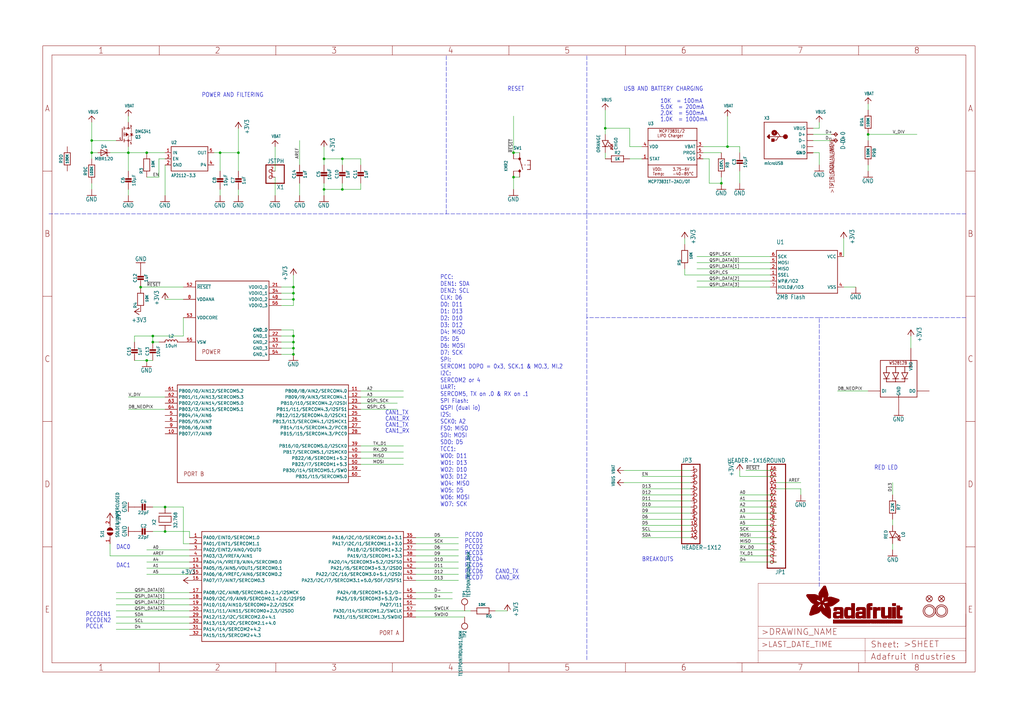
<source format=kicad_sch>
(kicad_sch (version 20211123) (generator eeschema)
  (paper "User" 425.45 300.584)
  (lib_symbols
    (symbol "eagleSchem-eagle-import:+3V3" (power)
      (property "Value" "+3V3" (at -2.54 -5.08 90))
      (symbol "+3V3_1_0"
        (pin power_in line (at 0 -2.54 90) (length 2.54) (name "+3V3") (number "1"))
      )
    )
    (symbol "eagleSchem-eagle-import:ATSAMD51J"
      (symbol "ATSAMD51J_1_0"
        (text "PORT A" (at 48.26 -22.86 0) (effects (font (size 1.778 1.5113)) (justify left bottom)))
        (pin bidirectional line (at -30.48 17.78 0) (length 5.08) (name "PA00/EINT0/SERCOM1.0") (number "1"))
        (pin bidirectional line (at -30.48 7.62 0) (length 5.08) (name "PA04/I4/VREFB/AIN4/SERCOM0.0") (number "13"))
        (pin bidirectional line (at -30.48 5.08 0) (length 5.08) (name "PA05/I5/AIN5/VOUT1/SERCOM0.1") (number "14"))
        (pin bidirectional line (at -30.48 2.54 0) (length 5.08) (name "PA06/I6/VREFC/AIN6/SERCOM0.2") (number "15"))
        (pin bidirectional line (at -30.48 0 0) (length 5.08) (name "PA07/I7/AIN7/SERCOM0.3") (number "16"))
        (pin bidirectional line (at -30.48 -5.08 0) (length 5.08) (name "PA08/I2C/AIN8/SERCOM0.0+2.1/I2SMCK") (number "17"))
        (pin bidirectional line (at -30.48 -7.62 0) (length 5.08) (name "PA09/I2C/I9/AIN9/SERCOM0.1+2.0/I2SFS0") (number "18"))
        (pin bidirectional line (at -30.48 -10.16 0) (length 5.08) (name "PA10/I10/AIN10/SERCOM0+2.2/I2SCK") (number "19"))
        (pin bidirectional line (at -30.48 15.24 0) (length 5.08) (name "PA01/EINT1/SERCOM1.1") (number "2"))
        (pin bidirectional line (at -30.48 -12.7 0) (length 5.08) (name "PA11/I11/AIN11/SERCOM0+2.3/I2SDO") (number "20"))
        (pin bidirectional line (at -30.48 -15.24 0) (length 5.08) (name "PA12/I12/I2C/SERCOM2.0+4.1") (number "29"))
        (pin bidirectional line (at -30.48 12.7 0) (length 5.08) (name "PA02/EINT2/AIN0/VOUT0") (number "3"))
        (pin bidirectional line (at -30.48 -17.78 0) (length 5.08) (name "PA13/I13/I2C/SERCOM2.1+4.0") (number "30"))
        (pin bidirectional line (at -30.48 -20.32 0) (length 5.08) (name "PA14/I14/SERCOM2+4.2") (number "31"))
        (pin bidirectional line (at -30.48 -22.86 0) (length 5.08) (name "PA15/I15/SERCOM2+4.3") (number "32"))
        (pin bidirectional line (at 63.5 17.78 180) (length 5.08) (name "PA16/I2C/I0/SERCOM1.0+3.1") (number "35"))
        (pin bidirectional line (at 63.5 15.24 180) (length 5.08) (name "PA17/I2C/I1/SERCOM1.1+3.0") (number "36"))
        (pin bidirectional line (at 63.5 12.7 180) (length 5.08) (name "PA18/I2/SERCOM1+3.2") (number "37"))
        (pin bidirectional line (at 63.5 10.16 180) (length 5.08) (name "PA19/I3/SERCOM1+3.3") (number "38"))
        (pin bidirectional line (at -30.48 10.16 0) (length 5.08) (name "PA03/I3/VREFA/AIN1") (number "4"))
        (pin bidirectional line (at 63.5 7.62 180) (length 5.08) (name "PA20/I4/SERCOM3+5.2/I2SFS0") (number "41"))
        (pin bidirectional line (at 63.5 5.08 180) (length 5.08) (name "PA21/I5/SERCOM3+5.3/I2SDO") (number "42"))
        (pin bidirectional line (at 63.5 2.54 180) (length 5.08) (name "PA22/I2C/16/SERCOM3.0+5.1/I2SDI") (number "43"))
        (pin bidirectional line (at 63.5 0 180) (length 5.08) (name "PA23/I2C/I7/SERCOM3.1+5.0/SOF/I2SFS1") (number "44"))
        (pin bidirectional line (at 63.5 -5.08 180) (length 5.08) (name "PA24/I8/SERCOM3+5.2/D-") (number "45"))
        (pin bidirectional line (at 63.5 -7.62 180) (length 5.08) (name "PA25/19/SERCOM3+5.3/D+") (number "46"))
        (pin bidirectional line (at 63.5 -10.16 180) (length 5.08) (name "PA27/I11") (number "51"))
        (pin bidirectional line (at 63.5 -12.7 180) (length 5.08) (name "PA30/I14/SERCOM1.2/SWCLK") (number "57"))
        (pin bidirectional line (at 63.5 -15.24 180) (length 5.08) (name "PA31/I15/SERCOM1.3/SWDIO") (number "58"))
      )
      (symbol "ATSAMD51J_2_0"
        (text "PORT B" (at -35.56 -22.86 0) (effects (font (size 1.778 1.5113)) (justify left bottom)))
        (pin bidirectional line (at -43.18 -5.08 0) (length 5.08) (name "PB07/I7/AIN9") (number "10"))
        (pin bidirectional line (at 38.1 12.7 180) (length 5.08) (name "PB08/I8/AIN2/SERCOM4.0") (number "11"))
        (pin bidirectional line (at 38.1 10.16 180) (length 5.08) (name "PB09/I9/AIN3/SERCOM4.1") (number "12"))
        (pin bidirectional line (at 38.1 7.62 180) (length 5.08) (name "PB10/I10/SERCOM4.2/I2SDI") (number "23"))
        (pin bidirectional line (at 38.1 5.08 180) (length 5.08) (name "PB11/I11/SERCOM4.3/I2SFS1") (number "24"))
        (pin bidirectional line (at 38.1 2.54 180) (length 5.08) (name "PB12/I12/SERCOM4.0/I2SCK1") (number "25"))
        (pin bidirectional line (at 38.1 0 180) (length 5.08) (name "PB13/I13/SERCOM4.1/I2SMCK1") (number "26"))
        (pin bidirectional line (at 38.1 -2.54 180) (length 5.08) (name "PB14/I14/SERCOM4.2/PCC8") (number "27"))
        (pin bidirectional line (at 38.1 -5.08 180) (length 5.08) (name "PB15/I15/SERCOM4.3/PCC9") (number "28"))
        (pin bidirectional line (at 38.1 -10.16 180) (length 5.08) (name "PB16/I0/SERCOM5.0/I2SCK0") (number "39"))
        (pin bidirectional line (at 38.1 -12.7 180) (length 5.08) (name "PB17/SERCOM5.1/I2SMCK0") (number "40"))
        (pin bidirectional line (at 38.1 -15.24 180) (length 5.08) (name "PB22/I6/SERCOM1+5.2") (number "49"))
        (pin bidirectional line (at -43.18 2.54 0) (length 5.08) (name "PB04/I4/AIN6") (number "5"))
        (pin bidirectional line (at 38.1 -17.78 180) (length 5.08) (name "PB23/I7/SERCOM1+5.3") (number "50"))
        (pin bidirectional line (at 38.1 -20.32 180) (length 5.08) (name "PB30/I14/SERCOM5.1/SWO") (number "59"))
        (pin bidirectional line (at -43.18 0 0) (length 5.08) (name "PB05/I5/AIN7") (number "6"))
        (pin bidirectional line (at 38.1 -22.86 180) (length 5.08) (name "PB31/I15/SERCOM5.0") (number "60"))
        (pin bidirectional line (at -43.18 12.7 0) (length 5.08) (name "PB00/I0/AIN12/SERCOM5.2") (number "61"))
        (pin bidirectional line (at -43.18 10.16 0) (length 5.08) (name "PB01/I1/AIN13/SERCOM5.3") (number "62"))
        (pin bidirectional line (at -43.18 7.62 0) (length 5.08) (name "PB02/I2/AIN14/SERCOM5.0") (number "63"))
        (pin bidirectional line (at -43.18 5.08 0) (length 5.08) (name "PB03/I3/AIN15/SERCOM5.1") (number "64"))
        (pin bidirectional line (at -43.18 -2.54 0) (length 5.08) (name "PB06/I6/AIN8") (number "9"))
      )
      (symbol "ATSAMD51J_3_0"
        (text "POWER" (at -12.7 -12.7 0) (effects (font (size 1.778 1.5113)) (justify left bottom)))
        (pin bidirectional line (at 20.32 15.24 180) (length 5.08) (name "VDDIO_0") (number "21"))
        (pin bidirectional line (at 20.32 -5.08 180) (length 5.08) (name "GND_1") (number "22"))
        (pin bidirectional line (at 20.32 -7.62 180) (length 5.08) (name "GND_2") (number "33"))
        (pin bidirectional line (at 20.32 12.7 180) (length 5.08) (name "VDDIO_1") (number "34"))
        (pin bidirectional line (at 20.32 -10.16 180) (length 5.08) (name "GND_3") (number "47"))
        (pin bidirectional line (at 20.32 10.16 180) (length 5.08) (name "VDDIO_2") (number "48"))
        (pin bidirectional line (at -20.32 15.24 0) (length 5.08) (name "~{RESET}") (number "52"))
        (pin bidirectional line (at -20.32 2.54 0) (length 5.08) (name "VDDCORE") (number "53"))
        (pin bidirectional line (at 20.32 -12.7 180) (length 5.08) (name "GND_4") (number "54"))
        (pin bidirectional line (at -20.32 -7.62 0) (length 5.08) (name "VSW") (number "55"))
        (pin bidirectional line (at 20.32 7.62 180) (length 5.08) (name "VDDIO_3") (number "56"))
        (pin bidirectional line (at 20.32 -2.54 180) (length 5.08) (name "GND_0") (number "7"))
        (pin bidirectional line (at -20.32 10.16 0) (length 5.08) (name "VDDANA") (number "8"))
        (pin bidirectional line (at 20.32 -2.54 180) (length 5.08) (name "GND_0") (number "EXP"))
      )
    )
    (symbol "eagleSchem-eagle-import:CAP_CERAMIC0603_NO"
      (property "Reference" "C" (at -2.29 1.25 90))
      (property "Value" "CAP_CERAMIC0603_NO" (at 2.3 1.25 90))
      (symbol "CAP_CERAMIC0603_NO_1_0"
        (pin passive line (at 0 5.08 270) (length 2.54) (name "1") (number "1"))
        (pin passive line (at 0 -2.54 90) (length 2.54) (name "2") (number "2"))
      )
    )
    (symbol "eagleSchem-eagle-import:CAP_CERAMIC0805-NOOUTLINE"
      (property "Reference" "C" (at -2.29 1.25 90))
      (property "Value" "CAP_CERAMIC0805-NOOUTLINE" (at 2.3 1.25 90))
      (symbol "CAP_CERAMIC0805-NOOUTLINE_1_0"
        (pin passive line (at 0 5.08 270) (length 2.54) (name "1") (number "1"))
        (pin passive line (at 0 -2.54 90) (length 2.54) (name "2") (number "2"))
      )
    )
    (symbol "eagleSchem-eagle-import:CON_JST_PH_2PIN"
      (property "Reference" "X" (at -6.35 5.715 0))
      (property "Value" "CON_JST_PH_2PIN" (at -6.35 -5.08 0))
      (symbol "CON_JST_PH_2PIN_1_0"
        (pin passive inverted (at -2.54 2.54 0) (length 2.54) (name "1") (number "1"))
        (pin passive inverted (at -2.54 0 0) (length 2.54) (name "2") (number "2"))
      )
    )
    (symbol "eagleSchem-eagle-import:DIODE-SCHOTTKYSOD-123"
      (property "Reference" "D" (at 0 2.54 0))
      (property "Value" "DIODE-SCHOTTKYSOD-123" (at 0 -2.5 0))
      (symbol "DIODE-SCHOTTKYSOD-123_1_0"
        (pin passive line (at -2.54 0 0) (length 2.54) (name "A") (number "A"))
        (pin passive line (at 2.54 0 180) (length 2.54) (name "C") (number "C"))
      )
    )
    (symbol "eagleSchem-eagle-import:FIDUCIAL_1MM")
    (symbol "eagleSchem-eagle-import:FRAME_A3_ADAFRUIT"
      (symbol "FRAME_A3_ADAFRUIT_1_0"
        (text "1" (at 24.2094 1.905 0) (effects (font (size 2.54 2.286))))
        (text "1" (at 24.2094 258.445 0) (effects (font (size 2.54 2.286))))
        (text "2" (at 72.6281 1.905 0) (effects (font (size 2.54 2.286))))
        (text "2" (at 72.6281 258.445 0) (effects (font (size 2.54 2.286))))
        (text "3" (at 121.0469 1.905 0) (effects (font (size 2.54 2.286))))
        (text "3" (at 121.0469 258.445 0) (effects (font (size 2.54 2.286))))
        (text "4" (at 169.4656 1.905 0) (effects (font (size 2.54 2.286))))
        (text "4" (at 169.4656 258.445 0) (effects (font (size 2.54 2.286))))
        (text "5" (at 217.8844 1.905 0) (effects (font (size 2.54 2.286))))
        (text "5" (at 217.8844 258.445 0) (effects (font (size 2.54 2.286))))
        (text "6" (at 266.3031 1.905 0) (effects (font (size 2.54 2.286))))
        (text "6" (at 266.3031 258.445 0) (effects (font (size 2.54 2.286))))
        (text "7" (at 314.7219 1.905 0) (effects (font (size 2.54 2.286))))
        (text "7" (at 314.7219 258.445 0) (effects (font (size 2.54 2.286))))
        (text "8" (at 363.1406 1.905 0) (effects (font (size 2.54 2.286))))
        (text "8" (at 363.1406 258.445 0) (effects (font (size 2.54 2.286))))
        (text ">DRAWING_NAME" (at 298.45 15.24 0) (effects (font (size 2.54 2.54)) (justify left bottom)))
        (text ">LAST_DATE_TIME" (at 298.45 10.16 0) (effects (font (size 2.286 2.286)) (justify left bottom)))
        (text ">SHEET" (at 357.505 10.16 0) (effects (font (size 2.54 2.54)) (justify left bottom)))
        (text "A" (at 1.905 234.315 0) (effects (font (size 2.54 2.286))))
        (text "A" (at 385.445 234.315 0) (effects (font (size 2.54 2.286))))
        (text "Adafruit Industries" (at 343.916 4.953 0) (effects (font (size 2.54 2.54)) (justify left bottom)))
        (text "B" (at 1.905 182.245 0) (effects (font (size 2.54 2.286))))
        (text "B" (at 385.445 182.245 0) (effects (font (size 2.54 2.286))))
        (text "C" (at 1.905 130.175 0) (effects (font (size 2.54 2.286))))
        (text "C" (at 385.445 130.175 0) (effects (font (size 2.54 2.286))))
        (text "D" (at 1.905 78.105 0) (effects (font (size 2.54 2.286))))
        (text "D" (at 385.445 78.105 0) (effects (font (size 2.54 2.286))))
        (text "E" (at 1.905 26.035 0) (effects (font (size 2.54 2.286))))
        (text "E" (at 385.445 26.035 0) (effects (font (size 2.54 2.286))))
        (text "Sheet:" (at 343.916 10.033 0) (effects (font (size 2.54 2.54)) (justify left bottom)))
      )
    )
    (symbol "eagleSchem-eagle-import:GND" (power)
      (property "Value" "GND" (at -2.54 -2.54 0))
      (symbol "GND_1_0"
        (pin power_in line (at 0 2.54 270) (length 2.54) (name "GND") (number "1"))
      )
    )
    (symbol "eagleSchem-eagle-import:HEADER-1X12"
      (property "Reference" "JP" (at -6.35 18.415 0))
      (property "Value" "HEADER-1X12" (at -6.35 -17.78 0))
      (symbol "HEADER-1X12_1_0"
        (pin passive inverted (at -2.54 15.24 0) (length 2.54) (name "1") (number "1"))
        (pin passive inverted (at -2.54 -7.62 0) (length 2.54) (name "10") (number "10"))
        (pin passive inverted (at -2.54 -10.16 0) (length 2.54) (name "11") (number "11"))
        (pin passive inverted (at -2.54 -12.7 0) (length 2.54) (name "12") (number "12"))
        (pin passive inverted (at -2.54 12.7 0) (length 2.54) (name "2") (number "2"))
        (pin passive inverted (at -2.54 10.16 0) (length 2.54) (name "3") (number "3"))
        (pin passive inverted (at -2.54 7.62 0) (length 2.54) (name "4") (number "4"))
        (pin passive inverted (at -2.54 5.08 0) (length 2.54) (name "5") (number "5"))
        (pin passive inverted (at -2.54 2.54 0) (length 2.54) (name "6") (number "6"))
        (pin passive inverted (at -2.54 0 0) (length 2.54) (name "7") (number "7"))
        (pin passive inverted (at -2.54 -2.54 0) (length 2.54) (name "8") (number "8"))
        (pin passive inverted (at -2.54 -5.08 0) (length 2.54) (name "9") (number "9"))
      )
    )
    (symbol "eagleSchem-eagle-import:HEADER-1X16ROUND"
      (property "Reference" "JP" (at -6.35 20.955 0))
      (property "Value" "HEADER-1X16ROUND" (at -6.35 -25.4 0))
      (symbol "HEADER-1X16ROUND_1_0"
        (pin passive inverted (at -2.54 17.78 0) (length 2.54) (name "1") (number "1"))
        (pin passive inverted (at -2.54 -5.08 0) (length 2.54) (name "10") (number "10"))
        (pin passive inverted (at -2.54 -7.62 0) (length 2.54) (name "11") (number "11"))
        (pin passive inverted (at -2.54 -10.16 0) (length 2.54) (name "12") (number "12"))
        (pin passive inverted (at -2.54 -12.7 0) (length 2.54) (name "13") (number "13"))
        (pin passive inverted (at -2.54 -15.24 0) (length 2.54) (name "14") (number "14"))
        (pin passive inverted (at -2.54 -17.78 0) (length 2.54) (name "15") (number "15"))
        (pin passive inverted (at -2.54 -20.32 0) (length 2.54) (name "16") (number "16"))
        (pin passive inverted (at -2.54 15.24 0) (length 2.54) (name "2") (number "2"))
        (pin passive inverted (at -2.54 12.7 0) (length 2.54) (name "3") (number "3"))
        (pin passive inverted (at -2.54 10.16 0) (length 2.54) (name "4") (number "4"))
        (pin passive inverted (at -2.54 7.62 0) (length 2.54) (name "5") (number "5"))
        (pin passive inverted (at -2.54 5.08 0) (length 2.54) (name "6") (number "6"))
        (pin passive inverted (at -2.54 2.54 0) (length 2.54) (name "7") (number "7"))
        (pin passive inverted (at -2.54 0 0) (length 2.54) (name "8") (number "8"))
        (pin passive inverted (at -2.54 -2.54 0) (length 2.54) (name "9") (number "9"))
      )
    )
    (symbol "eagleSchem-eagle-import:INDUCTOR"
      (property "Reference" "L" (at 0 2.54 0))
      (property "Value" "INDUCTOR" (at 0 -1.54 0))
      (symbol "INDUCTOR_1_0"
        (pin passive line (at -5.08 0 0) (length 2.54) (name "1") (number "P$1"))
        (pin passive line (at 5.08 0 180) (length 2.54) (name "2") (number "P$2"))
      )
    )
    (symbol "eagleSchem-eagle-import:LED0805_NOOUTLINE"
      (property "Reference" "D" (at -1.27 4.445 0))
      (property "Value" "LED0805_NOOUTLINE" (at -1.27 -2.794 0))
      (symbol "LED0805_NOOUTLINE_1_0"
        (pin passive line (at -5.08 0 0) (length 2.54) (name "A") (number "A"))
        (pin passive line (at 2.54 0 180) (length 2.54) (name "C") (number "C"))
      )
    )
    (symbol "eagleSchem-eagle-import:MCP73831{slash}2"
      (property "Reference" "U" (at -10.16 11.43 0))
      (property "Value" "MCP73831{slash}2" (at -10.16 -12.7 0))
      (symbol "MCP73831{slash}2_1_0"
        (text "-40-85°C" (at 0 -9.525 0) (effects (font (size 1.27 1.0795)) (justify left bottom)))
        (text "3.75-6V" (at 0 -7.62 0) (effects (font (size 1.27 1.0795)) (justify left bottom)))
        (text "LIPO Charger" (at -6.35 6.35 0) (effects (font (size 1.27 1.0795)) (justify left bottom)))
        (text "MCP73831/2" (at -5.715 8.255 0) (effects (font (size 1.27 1.0795)) (justify left bottom)))
        (text "Temp:" (at -8.255 -9.525 0) (effects (font (size 1.27 1.0795)) (justify left bottom)))
        (text "VDD:" (at -8.255 -7.62 0) (effects (font (size 1.27 1.0795)) (justify left bottom)))
        (pin output line (at -12.7 -2.54 0) (length 2.54) (name "STAT") (number "1"))
        (pin power_in line (at 12.7 -2.54 180) (length 2.54) (name "VSS") (number "2"))
        (pin power_in line (at 12.7 2.54 180) (length 2.54) (name "VBAT") (number "3"))
        (pin power_in line (at -12.7 2.54 0) (length 2.54) (name "VDD") (number "4"))
        (pin input line (at 12.7 0 180) (length 2.54) (name "PROG") (number "5"))
      )
    )
    (symbol "eagleSchem-eagle-import:MOSFET-P"
      (property "Reference" "Q" (at 2.794 0.381 0))
      (property "Value" "MOSFET-P" (at 2.794 -1.905 0))
      (symbol "MOSFET-P_1_0"
        (text "D" (at 0.635 -3.81 0) (effects (font (size 0.8128 0.6908)) (justify left bottom)))
        (text "G" (at -3.81 1.27 0) (effects (font (size 0.8128 0.6908)) (justify left bottom)))
        (text "S" (at 0.635 3.175 0) (effects (font (size 0.8128 0.6908)) (justify left bottom)))
        (pin passive line (at -5.08 2.54 0) (length 2.54) (name "G") (number "1"))
        (pin passive line (at 0 5.08 270) (length 2.54) (name "S") (number "2"))
        (pin passive line (at 0 -5.08 90) (length 2.54) (name "D") (number "3"))
      )
    )
    (symbol "eagleSchem-eagle-import:MOUNTINGHOLE2.5")
    (symbol "eagleSchem-eagle-import:RESISTOR_0603_NOOUT"
      (property "Reference" "R" (at 0 2.54 0))
      (property "Value" "RESISTOR_0603_NOOUT" (at 0 0 0))
      (symbol "RESISTOR_0603_NOOUT_1_0"
        (pin passive line (at -5.08 0 0) (length 2.54) (name "1") (number "1"))
        (pin passive line (at 5.08 0 180) (length 2.54) (name "2") (number "2"))
      )
    )
    (symbol "eagleSchem-eagle-import:RESISTOR_4PACK_NO"
      (property "Reference" "R" (at 0 2.54 0))
      (property "Value" "RESISTOR_4PACK_NO" (at 0 0 0))
      (symbol "RESISTOR_4PACK_NO_1_0"
        (pin passive line (at -5.08 0 0) (length 2.54) (name "1") (number "1"))
        (pin passive line (at 5.08 0 180) (length 2.54) (name "2") (number "8"))
      )
      (symbol "RESISTOR_4PACK_NO_2_0"
        (pin passive line (at -5.08 0 0) (length 2.54) (name "1") (number "2"))
        (pin passive line (at 5.08 0 180) (length 2.54) (name "2") (number "7"))
      )
      (symbol "RESISTOR_4PACK_NO_3_0"
        (pin passive line (at -5.08 0 0) (length 2.54) (name "1") (number "3"))
        (pin passive line (at 5.08 0 180) (length 2.54) (name "2") (number "6"))
      )
      (symbol "RESISTOR_4PACK_NO_4_0"
        (pin passive line (at -5.08 0 0) (length 2.54) (name "1") (number "4"))
        (pin passive line (at 5.08 0 180) (length 2.54) (name "2") (number "5"))
      )
    )
    (symbol "eagleSchem-eagle-import:SOLDERJUMPERCLOSED"
      (property "Reference" "SJ" (at -2.54 2.54 0))
      (property "Value" "SOLDERJUMPERCLOSED" (at -2.54 -3.81 0))
      (symbol "SOLDERJUMPERCLOSED_1_0"
        (pin passive line (at -5.08 0 0) (length 2.54) (name "1") (number "1"))
        (pin passive line (at 5.08 0 180) (length 2.54) (name "2") (number "2"))
      )
    )
    (symbol "eagleSchem-eagle-import:SPIFLASH_8PINUX"
      (property "Reference" "U" (at -12.7 12.7 0))
      (property "Value" "SPIFLASH_8PINUX" (at -12.7 -10.16 0))
      (symbol "SPIFLASH_8PINUX_1_0"
        (pin bidirectional line (at -15.24 0 0) (length 2.54) (name "SSEL") (number "1"))
        (pin bidirectional line (at -15.24 2.54 0) (length 2.54) (name "MISO") (number "2"))
        (pin bidirectional line (at -15.24 -2.54 0) (length 2.54) (name "WP#/IO2") (number "3"))
        (pin bidirectional line (at 15.24 -5.08 180) (length 2.54) (name "VSS") (number "4"))
        (pin bidirectional line (at -15.24 5.08 0) (length 2.54) (name "MOSI") (number "5"))
        (pin bidirectional line (at -15.24 7.62 0) (length 2.54) (name "SCK") (number "6"))
        (pin bidirectional line (at -15.24 -5.08 0) (length 2.54) (name "HOLD#/IO3") (number "7"))
        (pin bidirectional line (at 15.24 7.62 180) (length 2.54) (name "VCC") (number "8"))
      )
    )
    (symbol "eagleSchem-eagle-import:SWITCH_TACT_SMT4.6X2.8"
      (property "Reference" "SW" (at -2.54 6.35 0))
      (property "Value" "SWITCH_TACT_SMT4.6X2.8" (at -2.54 -5.08 0))
      (symbol "SWITCH_TACT_SMT4.6X2.8_1_0"
        (pin passive line (at -5.08 0 0) (length 2.54) (name "P") (number "A"))
        (pin passive line (at -5.08 -2.54 0) (length 2.54) (name "P1") (number "A'"))
        (pin passive line (at 5.08 0 180) (length 2.54) (name "S") (number "B"))
        (pin passive line (at 5.08 -2.54 180) (length 2.54) (name "S1") (number "B'"))
      )
    )
    (symbol "eagleSchem-eagle-import:TESTPOINTROUND1.5MM"
      (property "Reference" "TP" (at 0 5.588 90))
      (property "Value" "TESTPOINTROUND1.5MM" (at 1.651 5.588 90))
      (symbol "TESTPOINTROUND1.5MM_1_0"
        (pin bidirectional line (at 0 0 90) (length 2.54) (name "P$1") (number "P$1"))
      )
    )
    (symbol "eagleSchem-eagle-import:TPB1,27"
      (property "Reference" "TP" (at -1.27 1.27 0))
      (symbol "TPB1,27_1_0"
        (text ">TP_SIGNAL_NAME" (at 1.27 -1.27 0) (effects (font (size 1.778 1.5113)) (justify left bottom)))
        (pin input line (at 0 -2.54 90) (length 2.54) (name "TP") (number "TP"))
      )
    )
    (symbol "eagleSchem-eagle-import:USB_MICRO_20329_V2"
      (property "Reference" "X" (at -10.16 8.636 0))
      (property "Value" "USB_MICRO_20329_V2" (at -10.16 -10.16 0))
      (symbol "USB_MICRO_20329_V2_1_0"
        (pin power_in line (at 10.16 -5.08 180) (length 2.54) (name "GND") (number "BASE@1"))
        (pin power_in line (at 10.16 -5.08 180) (length 2.54) (name "GND") (number "BASE@2"))
        (pin bidirectional line (at 10.16 2.54 180) (length 2.54) (name "D+") (number "D+"))
        (pin bidirectional line (at 10.16 0 180) (length 2.54) (name "D-") (number "D-"))
        (pin power_in line (at 10.16 -5.08 180) (length 2.54) (name "GND") (number "GND"))
        (pin bidirectional line (at 10.16 -2.54 180) (length 2.54) (name "ID") (number "ID"))
        (pin power_in line (at 10.16 -5.08 180) (length 2.54) (name "GND") (number "SPRT@1"))
        (pin power_in line (at 10.16 -5.08 180) (length 2.54) (name "GND") (number "SPRT@2"))
        (pin power_in line (at 10.16 -5.08 180) (length 2.54) (name "GND") (number "SPRT@3"))
        (pin power_in line (at 10.16 -5.08 180) (length 2.54) (name "GND") (number "SPRT@4"))
        (pin power_in line (at 10.16 5.08 180) (length 2.54) (name "VBUS") (number "VBUS"))
      )
    )
    (symbol "eagleSchem-eagle-import:VBAT" (power)
      (property "Value" "VBAT" (at -1.524 1.016 0))
      (symbol "VBAT_1_0"
        (pin power_in line (at 0 -2.54 90) (length 2.54) (name "VBAT") (number "1"))
      )
    )
    (symbol "eagleSchem-eagle-import:VBUS" (power)
      (property "Value" "VBUS" (at -1.524 1.016 0))
      (symbol "VBUS_1_0"
        (pin power_in line (at 0 -2.54 90) (length 2.54) (name "VBUS") (number "1"))
      )
    )
    (symbol "eagleSchem-eagle-import:VREG_SOT23-5"
      (property "Reference" "U" (at -7.62 6.096 0))
      (property "Value" "VREG_SOT23-5" (at -7.62 -7.62 0))
      (symbol "VREG_SOT23-5_1_0"
        (pin power_in line (at -10.16 2.54 0) (length 2.54) (name "IN") (number "1"))
        (pin power_in line (at -10.16 -2.54 0) (length 2.54) (name "GND") (number "2"))
        (pin input line (at -10.16 0 0) (length 2.54) (name "EN") (number "3"))
        (pin bidirectional line (at 10.16 -2.54 180) (length 2.54) (name "P4") (number "4"))
        (pin power_in line (at 10.16 2.54 180) (length 2.54) (name "OUT") (number "5"))
      )
    )
    (symbol "eagleSchem-eagle-import:WS2812B3535"
      (symbol "WS2812B3535_1_0"
        (text "WS2812B" (at -4.064 8.382 0) (effects (font (size 1.27 1.0795)) (justify left bottom)))
        (pin input line (at -12.7 -2.54 0) (length 5.08) (name "DI") (number "1"))
        (pin power_in line (at 5.08 15.24 270) (length 5.08) (name "VDD") (number "2"))
        (pin output line (at 12.7 -2.54 180) (length 5.08) (name "DO") (number "3"))
        (pin power_in line (at 0 -10.16 90) (length 5.08) (name "GND") (number "4"))
      )
    )
    (symbol "eagleSchem-eagle-import:XTAL-3.2X1.5"
      (property "Reference" "X" (at -2.54 3.81 0))
      (property "Value" "XTAL-3.2X1.5" (at -3.81 -5.08 0))
      (symbol "XTAL-3.2X1.5_1_0"
        (pin bidirectional line (at -5.08 0 0) (length 2.54) (name "P$1") (number "P$1"))
        (pin bidirectional line (at 5.08 0 180) (length 2.54) (name "P$2") (number "P$2"))
      )
    )
  )
  (junction (at 360.68 55.88))
  (junction (at 53.34 63.5))
  (junction (at 68.58 210.82))
  (junction (at 91.44 63.5))
  (junction (at 121.92 147.32))
  (junction (at 60.96 149.86))
  (junction (at 302.26 60.96))
  (junction (at 299.72 76.2))
  (junction (at 213.36 73.66))
  (junction (at 58.42 119.38))
  (junction (at 134.62 78.74))
  (junction (at 251.46 53.34))
  (junction (at 38.1 63.5))
  (junction (at 121.92 144.78))
  (junction (at 99.06 63.5))
  (junction (at 121.92 119.38))
  (junction (at 121.92 142.24))
  (junction (at 60.96 63.5))
  (junction (at 142.24 66.04))
  (junction (at 63.5 142.24))
  (junction (at 121.92 121.92))
  (junction (at 121.92 124.46))
  (junction (at 213.36 63.5))
  (junction (at 121.92 139.7))
  (junction (at 63.5 139.7))
  (junction (at 68.58 220.98))
  (junction (at 38.1 58.42))
  (junction (at 134.62 66.04))
  (junction (at 142.24 78.74))
  (wire (pts (xy 287.02 218.44) (xy 266.7 218.44)))
  (wire (pts (xy 172.72 254) (xy 195.58 254)))
  (polyline (pts (xy 243.84 88.9) (xy 185.42 88.9)))
  (wire (pts (xy 284.48 99.06) (xy 284.48 101.6)))
  (wire (pts (xy 48.26 251.46) (xy 78.74 251.46)))
  (wire (pts (xy 116.84 147.32) (xy 121.92 147.32)))
  (wire (pts (xy 378.46 144.78) (xy 378.46 139.7)))
  (wire (pts (xy 287.02 213.36) (xy 266.7 213.36)))
  (polyline (pts (xy 401.32 88.9) (xy 243.84 88.9)))
  (wire (pts (xy 66.04 142.24) (xy 63.5 142.24)))
  (wire (pts (xy 91.44 71.12) (xy 91.44 63.5)))
  (wire (pts (xy 266.7 210.82) (xy 287.02 210.82)))
  (polyline (pts (xy 401.32 132.08) (xy 340.36 132.08)))
  (polyline (pts (xy 243.84 274.32) (xy 243.84 132.08)))
  (wire (pts (xy 99.06 78.74) (xy 99.06 81.28)))
  (wire (pts (xy 261.62 60.96) (xy 266.7 60.96)))
  (wire (pts (xy 116.84 119.38) (xy 121.92 119.38)))
  (wire (pts (xy 337.82 63.5) (xy 340.36 63.5)))
  (wire (pts (xy 360.68 162.56) (xy 347.98 162.56)))
  (wire (pts (xy 215.9 73.66) (xy 213.36 73.66)))
  (wire (pts (xy 320.04 106.68) (xy 289.56 106.68)))
  (wire (pts (xy 322.58 203.2) (xy 332.74 203.2)))
  (wire (pts (xy 68.58 165.1) (xy 53.34 165.1)))
  (wire (pts (xy 360.68 71.12) (xy 360.68 68.58)))
  (wire (pts (xy 63.5 139.7) (xy 63.5 142.24)))
  (polyline (pts (xy 340.36 132.08) (xy 243.84 132.08)))
  (wire (pts (xy 78.74 228.6) (xy 60.96 228.6)))
  (wire (pts (xy 53.34 63.5) (xy 53.34 71.12)))
  (wire (pts (xy 48.26 248.92) (xy 78.74 248.92)))
  (wire (pts (xy 370.84 215.9) (xy 370.84 218.44)))
  (wire (pts (xy 60.96 238.76) (xy 78.74 238.76)))
  (wire (pts (xy 116.84 121.92) (xy 121.92 121.92)))
  (wire (pts (xy 345.44 58.42) (xy 337.82 58.42)))
  (wire (pts (xy 190.5 241.3) (xy 172.72 241.3)))
  (wire (pts (xy 78.74 246.38) (xy 48.26 246.38)))
  (wire (pts (xy 172.72 233.68) (xy 190.5 233.68)))
  (wire (pts (xy 360.68 55.88) (xy 360.68 58.42)))
  (wire (pts (xy 370.84 205.74) (xy 370.84 200.66)))
  (wire (pts (xy 53.34 60.96) (xy 53.34 63.5)))
  (wire (pts (xy 124.46 68.58) (xy 124.46 58.42)))
  (wire (pts (xy 121.92 121.92) (xy 121.92 124.46)))
  (wire (pts (xy 302.26 60.96) (xy 292.1 60.96)))
  (wire (pts (xy 48.26 259.08) (xy 78.74 259.08)))
  (wire (pts (xy 292.1 66.04) (xy 294.64 66.04)))
  (wire (pts (xy 45.72 63.5) (xy 53.34 63.5)))
  (polyline (pts (xy 340.36 243.84) (xy 340.36 132.08)))
  (wire (pts (xy 190.5 226.06) (xy 172.72 226.06)))
  (wire (pts (xy 78.74 261.62) (xy 48.26 261.62)))
  (polyline (pts (xy 243.84 132.08) (xy 243.84 88.9)))
  (wire (pts (xy 307.34 231.14) (xy 322.58 231.14)))
  (wire (pts (xy 88.9 63.5) (xy 91.44 63.5)))
  (wire (pts (xy 337.82 53.34) (xy 340.36 53.34)))
  (wire (pts (xy 322.58 195.58) (xy 309.88 195.58)))
  (wire (pts (xy 322.58 200.66) (xy 332.74 200.66)))
  (wire (pts (xy 172.72 248.92) (xy 187.96 248.92)))
  (wire (pts (xy 307.34 198.12) (xy 322.58 198.12)))
  (wire (pts (xy 294.64 76.2) (xy 299.72 76.2)))
  (wire (pts (xy 307.34 218.44) (xy 322.58 218.44)))
  (wire (pts (xy 121.92 139.7) (xy 116.84 139.7)))
  (wire (pts (xy 289.56 109.22) (xy 320.04 109.22)))
  (wire (pts (xy 40.64 63.5) (xy 38.1 63.5)))
  (wire (pts (xy 149.86 193.04) (xy 167.64 193.04)))
  (wire (pts (xy 322.58 220.98) (xy 307.34 220.98)))
  (wire (pts (xy 337.82 55.88) (xy 345.44 55.88)))
  (wire (pts (xy 287.02 203.2) (xy 266.7 203.2)))
  (wire (pts (xy 99.06 63.5) (xy 99.06 53.34)))
  (wire (pts (xy 210.82 254) (xy 205.74 254)))
  (wire (pts (xy 307.34 208.28) (xy 322.58 208.28)))
  (wire (pts (xy 172.72 246.38) (xy 187.96 246.38)))
  (wire (pts (xy 38.1 63.5) (xy 38.1 58.42)))
  (wire (pts (xy 121.92 119.38) (xy 121.92 114.3)))
  (wire (pts (xy 320.04 116.84) (xy 289.56 116.84)))
  (wire (pts (xy 78.74 256.54) (xy 48.26 256.54)))
  (wire (pts (xy 66.04 73.66) (xy 66.04 66.04)))
  (wire (pts (xy 124.46 76.2) (xy 124.46 81.28)))
  (wire (pts (xy 307.34 213.36) (xy 322.58 213.36)))
  (wire (pts (xy 322.58 215.9) (xy 307.34 215.9)))
  (wire (pts (xy 116.84 127) (xy 121.92 127)))
  (wire (pts (xy 307.34 71.12) (xy 307.34 76.2)))
  (wire (pts (xy 38.1 58.42) (xy 38.1 50.8)))
  (wire (pts (xy 48.26 58.42) (xy 38.1 58.42)))
  (wire (pts (xy 340.36 53.34) (xy 340.36 50.8)))
  (wire (pts (xy 142.24 78.74) (xy 134.62 78.74)))
  (wire (pts (xy 78.74 236.22) (xy 60.96 236.22)))
  (wire (pts (xy 121.92 144.78) (xy 121.92 142.24)))
  (wire (pts (xy 60.96 63.5) (xy 53.34 63.5)))
  (wire (pts (xy 142.24 66.04) (xy 134.62 66.04)))
  (wire (pts (xy 190.5 231.14) (xy 172.72 231.14)))
  (wire (pts (xy 121.92 121.92) (xy 121.92 119.38)))
  (wire (pts (xy 55.88 149.86) (xy 60.96 149.86)))
  (wire (pts (xy 78.74 220.98) (xy 78.74 223.52)))
  (wire (pts (xy 91.44 78.74) (xy 91.44 81.28)))
  (wire (pts (xy 284.48 114.3) (xy 320.04 114.3)))
  (wire (pts (xy 76.2 139.7) (xy 76.2 132.08)))
  (wire (pts (xy 63.5 149.86) (xy 60.96 149.86)))
  (wire (pts (xy 134.62 81.28) (xy 134.62 78.74)))
  (wire (pts (xy 213.36 78.74) (xy 213.36 73.66)))
  (wire (pts (xy 116.84 144.78) (xy 121.92 144.78)))
  (wire (pts (xy 294.64 66.04) (xy 294.64 76.2)))
  (wire (pts (xy 172.72 228.6) (xy 190.5 228.6)))
  (wire (pts (xy 76.2 210.82) (xy 68.58 210.82)))
  (wire (pts (xy 76.2 139.7) (xy 63.5 139.7)))
  (wire (pts (xy 287.02 200.66) (xy 259.08 200.66)))
  (wire (pts (xy 149.86 167.64) (xy 165.1 167.64)))
  (wire (pts (xy 142.24 78.74) (xy 142.24 76.2)))
  (wire (pts (xy 266.7 215.9) (xy 287.02 215.9)))
  (wire (pts (xy 251.46 55.88) (xy 251.46 53.34)))
  (wire (pts (xy 66.04 66.04) (xy 68.58 66.04)))
  (wire (pts (xy 266.7 198.12) (xy 287.02 198.12)))
  (wire (pts (xy 38.1 78.74) (xy 38.1 76.2)))
  (wire (pts (xy 48.26 254) (xy 78.74 254)))
  (wire (pts (xy 142.24 66.04) (xy 149.86 66.04)))
  (wire (pts (xy 114.3 81.28) (xy 114.3 73.66)))
  (wire (pts (xy 38.1 66.04) (xy 38.1 63.5)))
  (wire (pts (xy 320.04 111.76) (xy 289.56 111.76)))
  (wire (pts (xy 53.34 78.74) (xy 53.34 81.28)))
  (wire (pts (xy 287.02 208.28) (xy 266.7 208.28)))
  (wire (pts (xy 60.96 73.66) (xy 66.04 73.66)))
  (wire (pts (xy 322.58 205.74) (xy 307.34 205.74)))
  (wire (pts (xy 322.58 223.52) (xy 307.34 223.52)))
  (wire (pts (xy 307.34 233.68) (xy 322.58 233.68)))
  (wire (pts (xy 68.58 124.46) (xy 76.2 124.46)))
  (wire (pts (xy 340.36 63.5) (xy 340.36 68.58)))
  (polyline (pts (xy 243.84 88.9) (xy 243.84 22.86)))
  (wire (pts (xy 261.62 66.04) (xy 266.7 66.04)))
  (wire (pts (xy 149.86 170.18) (xy 165.1 170.18)))
  (wire (pts (xy 68.58 210.82) (xy 63.5 210.82)))
  (wire (pts (xy 55.88 139.7) (xy 55.88 142.24)))
  (wire (pts (xy 121.92 142.24) (xy 121.92 139.7)))
  (wire (pts (xy 45.72 231.14) (xy 78.74 231.14)))
  (wire (pts (xy 63.5 139.7) (xy 55.88 139.7)))
  (wire (pts (xy 114.3 60.96) (xy 114.3 71.12)))
  (wire (pts (xy 261.62 53.34) (xy 261.62 60.96)))
  (wire (pts (xy 134.62 68.58) (xy 134.62 66.04)))
  (wire (pts (xy 370.84 226.06) (xy 370.84 228.6)))
  (wire (pts (xy 322.58 228.6) (xy 307.34 228.6)))
  (wire (pts (xy 45.72 231.14) (xy 45.72 226.06)))
  (wire (pts (xy 332.74 203.2) (xy 332.74 205.74)))
  (wire (pts (xy 190.5 236.22) (xy 172.72 236.22)))
  (wire (pts (xy 68.58 68.58) (xy 68.58 81.28)))
  (wire (pts (xy 172.72 223.52) (xy 190.5 223.52)))
  (wire (pts (xy 292.1 63.5) (xy 299.72 63.5)))
  (wire (pts (xy 287.02 220.98) (xy 266.7 220.98)))
  (wire (pts (xy 149.86 185.42) (xy 167.64 185.42)))
  (wire (pts (xy 63.5 220.98) (xy 68.58 220.98)))
  (wire (pts (xy 266.7 223.52) (xy 287.02 223.52)))
  (wire (pts (xy 172.72 238.76) (xy 190.5 238.76)))
  (wire (pts (xy 149.86 78.74) (xy 142.24 78.74)))
  (wire (pts (xy 251.46 45.72) (xy 251.46 53.34)))
  (wire (pts (xy 53.34 48.26) (xy 53.34 50.8)))
  (wire (pts (xy 134.62 66.04) (xy 134.62 60.96)))
  (wire (pts (xy 99.06 63.5) (xy 99.06 71.12)))
  (wire (pts (xy 251.46 53.34) (xy 261.62 53.34)))
  (wire (pts (xy 76.2 119.38) (xy 58.42 119.38)))
  (wire (pts (xy 322.58 210.82) (xy 307.34 210.82)))
  (wire (pts (xy 355.6 119.38) (xy 350.52 119.38)))
  (wire (pts (xy 251.46 63.5) (xy 251.46 66.04)))
  (wire (pts (xy 68.58 63.5) (xy 60.96 63.5)))
  (wire (pts (xy 76.2 226.06) (xy 76.2 210.82)))
  (wire (pts (xy 68.58 220.98) (xy 78.74 220.98)))
  (wire (pts (xy 299.72 73.66) (xy 299.72 76.2)))
  (wire (pts (xy 350.52 99.06) (xy 350.52 106.68)))
  (wire (pts (xy 307.34 63.5) (xy 307.34 60.96)))
  (wire (pts (xy 302.26 48.26) (xy 302.26 60.96)))
  (polyline (pts (xy 185.42 88.9) (xy 185.42 22.86)))
  (wire (pts (xy 116.84 124.46) (xy 121.92 124.46)))
  (wire (pts (xy 116.84 137.16) (xy 121.92 137.16)))
  (wire (pts (xy 78.74 233.68) (xy 60.96 233.68)))
  (wire (pts (xy 307.34 226.06) (xy 322.58 226.06)))
  (wire (pts (xy 149.86 165.1) (xy 167.64 165.1)))
  (wire (pts (xy 213.36 48.26) (xy 213.36 63.5)))
  (wire (pts (xy 289.56 119.38) (xy 320.04 119.38)))
  (wire (pts (xy 68.58 170.18) (xy 53.34 170.18)))
  (wire (pts (xy 360.68 43.18) (xy 360.68 45.72)))
  (wire (pts (xy 149.86 66.04) (xy 149.86 68.58)))
  (wire (pts (xy 116.84 142.24) (xy 121.92 142.24)))
  (wire (pts (xy 149.86 76.2) (xy 149.86 78.74)))
  (wire (pts (xy 284.48 111.76) (xy 284.48 114.3)))
  (wire (pts (xy 121.92 147.32) (xy 121.92 144.78)))
  (wire (pts (xy 149.86 190.5) (xy 167.64 190.5)))
  (wire (pts (xy 91.44 63.5) (xy 99.06 63.5)))
  (wire (pts (xy 259.08 195.58) (xy 287.02 195.58)))
  (polyline (pts (xy 20.32 88.9) (xy 185.42 88.9)))
  (wire (pts (xy 360.68 55.88) (xy 381 55.88)))
  (wire (pts (xy 307.34 195.58) (xy 307.34 198.12)))
  (wire (pts (xy 149.86 187.96) (xy 167.64 187.96)))
  (wire (pts (xy 121.92 137.16) (xy 121.92 139.7)))
  (wire (pts (xy 121.92 127) (xy 121.92 124.46)))
  (wire (pts (xy 149.86 162.56) (xy 167.64 162.56)))
  (wire (pts (xy 134.62 78.74) (xy 134.62 76.2)))
  (wire (pts (xy 142.24 68.58) (xy 142.24 66.04)))
  (wire (pts (xy 193.04 256.54) (xy 172.72 256.54)))
  (wire (pts (xy 307.34 60.96) (xy 302.26 60.96)))
  (wire (pts (xy 266.7 205.74) (xy 287.02 205.74)))
  (wire (pts (xy 78.74 226.06) (xy 76.2 226.06)))
  (wire (pts (xy 213.36 63.5) (xy 215.9 63.5)))
  (text "1.0K  = 1000mA" (at 274.32 50.8 180) (effects (font (size 1.778 1.5113)) (justify left bottom)))
  (text "PCC:\nDEN1: SDA\nDEN2: SCL\nCLK: D6\nD0: D11\nD1: D13\nD2: D10\nD3: D12\nD4: MISO\nD5: D5\nD6: MOSI\nD7: SCK\nSPI:\nSERCOM1 DOPO = 0x3, SCK.1 & MO.3, MI.2\nI2C:\nSERCOM2 or 4\nUART:\nSERCOM5, TX on .0 & RX on .1\nSPI Flash:\nQSPI (dual io)\nI2S:\nSCK0: A2\nFS0: MISO\nSDI: MOSI\nSDO: D5\nTCC1:\nWO0: D11\nWO1: D13\nWO2: D10\nWO3: D12\nWO4: MISO\nWO5: D5\nWO6: MOSI\nWO7: SCK" (at 182.88 210.82 180) (effects (font (size 1.778 1.5113)) (justify left bottom)))
  (text "2.0K  = 500mA" (at 274.32 48.26 180) (effects (font (size 1.778 1.5113)) (justify left bottom)))
  (text "PCCD1" (at 193.04 226.06 180) (effects (font (size 1.778 1.5113)) (justify left bottom)))
  (text "CAN1_TX" (at 160.02 177.8 180) (effects (font (size 1.778 1.5113)) (justify left bottom)))
  (text "PCCDEN2" (at 35.56 259.08 180) (effects (font (size 1.778 1.5113)) (justify left bottom)))
  (text "PCCD0" (at 193.04 223.52 180) (effects (font (size 1.778 1.5113)) (justify left bottom)))
  (text "DAC1" (at 48.26 236.22 180) (effects (font (size 1.778 1.5113)) (justify left bottom)))
  (text "PCCD3" (at 193.04 231.14 180) (effects (font (size 1.778 1.5113)) (justify left bottom)))
  (text "5.0K  = 200mA" (at 274.32 45.72 180) (effects (font (size 1.778 1.5113)) (justify left bottom)))
  (text "CAN0_RX" (at 205.74 241.3 180) (effects (font (size 1.778 1.5113)) (justify left bottom)))
  (text "PCCD6" (at 193.04 238.76 180) (effects (font (size 1.778 1.5113)) (justify left bottom)))
  (text "BREAKOUTS" (at 266.7 233.68 180) (effects (font (size 1.778 1.5113)) (justify left bottom)))
  (text "RESET" (at 210.82 38.1 180) (effects (font (size 1.778 1.5113)) (justify left bottom)))
  (text "POWER AND FILTERING" (at 83.82 40.64 180) (effects (font (size 1.778 1.5113)) (justify left bottom)))
  (text "PCCLK" (at 35.56 261.62 180) (effects (font (size 1.778 1.5113)) (justify left bottom)))
  (text "CAN1_RX" (at 160.02 180.34 180) (effects (font (size 1.778 1.5113)) (justify left bottom)))
  (text "CAN0_TX" (at 205.74 238.76 180) (effects (font (size 1.778 1.5113)) (justify left bottom)))
  (text "CAN1_RX" (at 160.02 175.26 180) (effects (font (size 1.778 1.5113)) (justify left bottom)))
  (text "DAC0" (at 48.26 228.6 180) (effects (font (size 1.778 1.5113)) (justify left bottom)))
  (text "PCCD4" (at 193.04 233.68 180) (effects (font (size 1.778 1.5113)) (justify left bottom)))
  (text "PCCD5" (at 193.04 236.22 180) (effects (font (size 1.778 1.5113)) (justify left bottom)))
  (text "PCCD2" (at 193.04 228.6 180) (effects (font (size 1.778 1.5113)) (justify left bottom)))
  (text "PCCDEN1" (at 35.56 256.54 180) (effects (font (size 1.778 1.5113)) (justify left bottom)))
  (text "PCCD7" (at 193.04 241.3 180) (effects (font (size 1.778 1.5113)) (justify left bottom)))
  (text "USB AND BATTERY CHARGING" (at 259.08 38.1 180) (effects (font (size 1.778 1.5113)) (justify left bottom)))
  (text "10K  = 100mA" (at 274.32 43.18 180) (effects (font (size 1.778 1.5113)) (justify left bottom)))
  (text "CAN1_TX" (at 160.02 172.72 180) (effects (font (size 1.778 1.5113)) (justify left bottom)))
  (text "RED LED" (at 363.22 195.58 180) (effects (font (size 1.778 1.5113)) (justify left bottom)))
  (label "A2" (at 307.34 210.82 0) (effects (font (size 1.2446 1.2446))))
  (label "QSPI_DATA[3]" (at 55.88 254 0) (effects (font (size 1.2446 1.2446))))
  (label "D12" (at 266.7 205.74 0) (effects (font (size 1.2446 1.2446))))
  (label "D13" (at 266.7 203.2 0) (effects (font (size 1.2446 1.2446))))
  (label "D9" (at 180.34 231.14 0) (effects (font (size 1.2446 1.2446))))
  (label "RX_D0" (at 307.34 228.6 0) (effects (font (size 1.2446 1.2446))))
  (label "A4" (at 63.5 233.68 0) (effects (font (size 1.2446 1.2446))))
  (label "SCK" (at 180.34 226.06 0) (effects (font (size 1.2446 1.2446))))
  (label "EN" (at 266.7 198.12 0) (effects (font (size 1.2446 1.2446))))
  (label "SDA" (at 266.7 223.52 0) (effects (font (size 1.2446 1.2446))))
  (label "A1" (at 63.5 236.22 0) (effects (font (size 1.2446 1.2446))))
  (label "MOSI" (at 154.94 193.04 0) (effects (font (size 1.2446 1.2446))))
  (label "D10" (at 266.7 210.82 0) (effects (font (size 1.2446 1.2446))))
  (label "D13" (at 180.34 241.3 0) (effects (font (size 1.2446 1.2446))))
  (label "QSPI_DATA[1]" (at 294.64 111.76 0) (effects (font (size 1.2446 1.2446))))
  (label "A4" (at 307.34 215.9 0) (effects (font (size 1.2446 1.2446))))
  (label "D4" (at 55.88 261.62 0) (effects (font (size 1.2446 1.2446))))
  (label "A0" (at 63.5 228.6 0) (effects (font (size 1.2446 1.2446))))
  (label "QSPI_DATA[0]" (at 55.88 246.38 0) (effects (font (size 1.2446 1.2446))))
  (label "SCL" (at 55.88 259.08 0) (effects (font (size 1.2446 1.2446))))
  (label "QSPI_DATA[2]" (at 294.64 116.84 0) (effects (font (size 1.2446 1.2446))))
  (label "SCL" (at 266.7 220.98 0) (effects (font (size 1.2446 1.2446))))
  (label "MOSI" (at 307.34 223.52 0) (effects (font (size 1.2446 1.2446))))
  (label "A2" (at 152.4 162.56 0) (effects (font (size 1.2446 1.2446))))
  (label "D5" (at 266.7 218.44 0) (effects (font (size 1.2446 1.2446))))
  (label "AREF" (at 327.66 200.66 0) (effects (font (size 1.2446 1.2446))))
  (label "QSPI_SCK" (at 294.64 106.68 0) (effects (font (size 1.2446 1.2446))))
  (label "D10" (at 180.34 233.68 0) (effects (font (size 1.2446 1.2446))))
  (label "QSPI_SCK" (at 152.4 167.64 0) (effects (font (size 1.2446 1.2446))))
  (label "A3" (at 307.34 213.36 0) (effects (font (size 1.2446 1.2446))))
  (label "SDA" (at 55.88 256.54 0) (effects (font (size 1.2446 1.2446))))
  (label "QSPI_DATA[0]" (at 294.64 109.22 0) (effects (font (size 1.2446 1.2446))))
  (label "D+" (at 342.9 55.88 0) (effects (font (size 1.2446 1.2446))))
  (label "D8_NEOPIX" (at 347.98 162.56 0) (effects (font (size 1.2446 1.2446))))
  (label "V_DIV" (at 370.84 55.88 0) (effects (font (size 1.2446 1.2446))))
  (label "D-" (at 180.34 246.38 0) (effects (font (size 1.2446 1.2446))))
  (label "D13" (at 370.84 200.66 270) (effects (font (size 1.2446 1.2446))))
  (label "D11" (at 266.7 208.28 0) (effects (font (size 1.2446 1.2446))))
  (label "A1" (at 307.34 208.28 0) (effects (font (size 1.2446 1.2446))))
  (label "D11" (at 180.34 236.22 0) (effects (font (size 1.2446 1.2446))))
  (label "A5" (at 63.5 238.76 0) (effects (font (size 1.2446 1.2446))))
  (label "D6" (at 180.34 228.6 0) (effects (font (size 1.2446 1.2446))))
  (label "MISO" (at 154.94 190.5 0) (effects (font (size 1.2446 1.2446))))
  (label "SWCLK" (at 180.34 254 0) (effects (font (size 1.2446 1.2446))))
  (label "AREF" (at 124.46 66.04 90) (effects (font (size 1.2446 1.2446))))
  (label "TX_D1" (at 307.34 231.14 0) (effects (font (size 1.2446 1.2446))))
  (label "QSPI_CS" (at 294.64 114.3 0) (effects (font (size 1.2446 1.2446))))
  (label "D-" (at 342.9 58.42 0) (effects (font (size 1.2446 1.2446))))
  (label "~{RESET}" (at 213.36 63.5 90) (effects (font (size 1.2446 1.2446))))
  (label "QSPI_DATA[2]" (at 55.88 251.46 0) (effects (font (size 1.2446 1.2446))))
  (label "SWDIO" (at 180.34 256.54 0) (effects (font (size 1.2446 1.2446))))
  (label "D4" (at 307.34 233.68 0) (effects (font (size 1.2446 1.2446))))
  (label "AREF" (at 63.5 231.14 0) (effects (font (size 1.2446 1.2446))))
  (label "MISO" (at 307.34 226.06 0) (effects (font (size 1.2446 1.2446))))
  (label "QSPI_CS" (at 152.4 170.18 0) (effects (font (size 1.2446 1.2446))))
  (label "A5" (at 307.34 218.44 0) (effects (font (size 1.2446 1.2446))))
  (label "A3" (at 152.4 165.1 0) (effects (font (size 1.2446 1.2446))))
  (label "D8_NEOPIX" (at 53.34 170.18 0) (effects (font (size 1.2446 1.2446))))
  (label "SCK" (at 307.34 220.98 0) (effects (font (size 1.2446 1.2446))))
  (label "~{RESET}" (at 60.96 119.38 0) (effects (font (size 1.2446 1.2446))))
  (label "QSPI_DATA[3]" (at 294.64 119.38 0) (effects (font (size 1.2446 1.2446))))
  (label "D12" (at 180.34 238.76 0) (effects (font (size 1.2446 1.2446))))
  (label "D9" (at 266.7 213.36 0) (effects (font (size 1.2446 1.2446))))
  (label "D6" (at 266.7 215.9 0) (effects (font (size 1.2446 1.2446))))
  (label "V_DIV" (at 53.34 165.1 0) (effects (font (size 1.2446 1.2446))))
  (label "RX_D0" (at 154.94 187.96 0) (effects (font (size 1.2446 1.2446))))
  (label "EN" (at 63.5 73.66 0) (effects (font (size 1.2446 1.2446))))
  (label "A0" (at 307.34 205.74 0) (effects (font (size 1.2446 1.2446))))
  (label "D5" (at 180.34 223.52 0) (effects (font (size 1.2446 1.2446))))
  (label "TX_D1" (at 154.94 185.42 0) (effects (font (size 1.2446 1.2446))))
  (label "D+" (at 180.34 248.92 0) (effects (font (size 1.2446 1.2446))))
  (label "QSPI_DATA[1]" (at 55.88 248.92 0) (effects (font (size 1.2446 1.2446))))
  (label "~{RESET}" (at 309.88 195.58 0) (effects (font (size 1.2446 1.2446))))
  (symbol (lib_id "eagleSchem-eagle-import:GND") (at 360.68 73.66 0) (unit 1)
    (property "Reference" "#GND13" (effects hide))
    (property "Value" "GND" (at 358.14 76.2 0) (effects (font (size 1.778 1.5113)) (justify left bottom)))
    (property "Footprint" "eagleSchem:" (effects hide))
  )
  (symbol (lib_id "eagleSchem-eagle-import:GND") (at 370.84 231.14 0) (mirror y) (unit 1)
    (property "Reference" "#GND10" (effects hide))
    (property "Value" "GND" (at 373.38 233.68 0) (effects (font (size 1.778 1.5113)) (justify left bottom)))
    (property "Footprint" "eagleSchem:" (effects hide))
  )
  (symbol (lib_id "eagleSchem-eagle-import:TPB1,27") (at 347.98 58.42 270) (unit 1)
    (property "Reference" "D-0" (at 349.25 57.15 0) (effects (font (size 1.778 1.5113)) (justify left bottom)))
    (property "Value" "TPB1,27" (effects hide))
    (property "Footprint" "eagleSchem:B1,27" (effects hide))
  )
  (symbol (lib_id "eagleSchem-eagle-import:RESISTOR_0603_NOOUT") (at 60.96 68.58 90) (unit 1)
    (property "Reference" "R3" (at 59.4614 72.39 0) (effects (justify left bottom)))
    (property "Value" "10K" (at 64.262 69.85 0) (effects (font (size 1.016 1.016) bold) (justify left bottom)))
    (property "Footprint" "eagleSchem:0603-NO" (effects hide))
  )
  (symbol (lib_id "eagleSchem-eagle-import:SOLDERJUMPERCLOSED") (at 45.72 220.98 90) (unit 1)
    (property "Reference" "SJ1" (at 43.18 223.52 0) (effects (font (size 1.27 1.0795)) (justify left bottom)))
    (property "Value" "SOLDERJUMPERCLOSED" (at 49.53 223.52 0) (effects (font (size 1.27 1.0795)) (justify left bottom)))
    (property "Footprint" "eagleSchem:SOLDERJUMPER_CLOSEDWIRE" (effects hide))
  )
  (symbol (lib_id "eagleSchem-eagle-import:CAP_CERAMIC0603_NO") (at 142.24 73.66 0) (unit 1)
    (property "Reference" "C10" (at 139.95 72.41 90))
    (property "Value" "1uF" (at 144.54 72.41 90))
    (property "Footprint" "eagleSchem:0603-NO" (effects hide))
  )
  (symbol (lib_id "eagleSchem-eagle-import:CAP_CERAMIC0805-NOOUTLINE") (at 63.5 147.32 0) (unit 1)
    (property "Reference" "C13" (at 61.21 146.07 90))
    (property "Value" "10uF" (at 65.8 146.07 90))
    (property "Footprint" "eagleSchem:0805-NO" (effects hide))
  )
  (symbol (lib_id "eagleSchem-eagle-import:GND") (at 355.6 121.92 0) (unit 1)
    (property "Reference" "#U$26" (effects hide))
    (property "Value" "GND" (at 353.06 124.46 0) (effects (font (size 1.778 1.5113)) (justify left bottom)))
    (property "Footprint" "eagleSchem:" (effects hide))
  )
  (symbol (lib_id "eagleSchem-eagle-import:CAP_CERAMIC0603_NO") (at 99.06 76.2 0) (unit 1)
    (property "Reference" "C7" (at 96.77 74.95 90))
    (property "Value" "1uF" (at 101.36 74.95 90))
    (property "Footprint" "eagleSchem:0603-NO" (effects hide))
  )
  (symbol (lib_id "eagleSchem-eagle-import:VBAT") (at 360.68 40.64 0) (unit 1)
    (property "Reference" "#U$2" (effects hide))
    (property "Value" "VBAT" (at 359.156 39.624 0) (effects (font (size 1.27 1.0795)) (justify left bottom)))
    (property "Footprint" "eagleSchem:" (effects hide))
  )
  (symbol (lib_id "eagleSchem-eagle-import:GND") (at 213.36 81.28 0) (unit 1)
    (property "Reference" "#GND7" (effects hide))
    (property "Value" "GND" (at 210.82 83.82 0) (effects (font (size 1.778 1.5113)) (justify left bottom)))
    (property "Footprint" "eagleSchem:" (effects hide))
  )
  (symbol (lib_id "eagleSchem-eagle-import:RESISTOR_0603_NOOUT") (at 299.72 68.58 270) (unit 1)
    (property "Reference" "R8" (at 302.26 68.58 0))
    (property "Value" "10K\\" (at 299.72 68.58 0) (effects (font (size 1.016 1.016) bold)))
    (property "Footprint" "eagleSchem:0603-NO" (effects hide))
  )
  (symbol (lib_id "eagleSchem-eagle-import:GND") (at 299.72 78.74 0) (unit 1)
    (property "Reference" "#U$36" (effects hide))
    (property "Value" "GND" (at 297.18 81.28 0) (effects (font (size 1.778 1.5113)) (justify left bottom)))
    (property "Footprint" "eagleSchem:" (effects hide))
  )
  (symbol (lib_id "eagleSchem-eagle-import:VBUS") (at 251.46 43.18 0) (unit 1)
    (property "Reference" "#U$38" (effects hide))
    (property "Value" "VBUS" (at 249.936 42.164 0) (effects (font (size 1.27 1.0795)) (justify left bottom)))
    (property "Footprint" "eagleSchem:" (effects hide))
  )
  (symbol (lib_id "eagleSchem-eagle-import:LED0805_NOOUTLINE") (at 251.46 60.96 270) (unit 1)
    (property "Reference" "CHG0" (at 255.905 59.69 0))
    (property "Value" "ORANGE" (at 248.666 59.69 0))
    (property "Footprint" "eagleSchem:CHIPLED_0805_NOOUTLINE" (effects hide))
  )
  (symbol (lib_id "eagleSchem-eagle-import:RESISTOR_4PACK_NO") (at 360.68 63.5 270) (unit 2)
    (property "Reference" "R9" (at 363.22 63.5 0))
    (property "Value" "100K" (at 360.68 63.5 0) (effects (font (size 1.016 1.016) bold)))
    (property "Footprint" "eagleSchem:RESPACK_4X0603_NO" (effects hide))
  )
  (symbol (lib_id "eagleSchem-eagle-import:RESISTOR_0603_NOOUT") (at 370.84 210.82 270) (unit 1)
    (property "Reference" "R7" (at 373.38 210.82 0))
    (property "Value" "2.2K" (at 370.84 210.82 0) (effects (font (size 1.016 1.016) bold)))
    (property "Footprint" "eagleSchem:0603-NO" (effects hide))
  )
  (symbol (lib_id "eagleSchem-eagle-import:GND") (at 373.38 172.72 0) (unit 1)
    (property "Reference" "#GND15" (effects hide))
    (property "Value" "GND" (at 370.84 175.26 0) (effects (font (size 1.778 1.5113)) (justify left bottom)))
    (property "Footprint" "eagleSchem:" (effects hide))
  )
  (symbol (lib_id "eagleSchem-eagle-import:GND") (at 340.36 71.12 0) (unit 1)
    (property "Reference" "#GND1" (effects hide))
    (property "Value" "GND" (at 337.82 73.66 0) (effects (font (size 1.778 1.5113)) (justify left bottom)))
    (property "Footprint" "eagleSchem:" (effects hide))
  )
  (symbol (lib_id "eagleSchem-eagle-import:GND") (at 68.58 83.82 0) (unit 1)
    (property "Reference" "#U$30" (effects hide))
    (property "Value" "GND" (at 66.04 86.36 0) (effects (font (size 1.778 1.5113)) (justify left bottom)))
    (property "Footprint" "eagleSchem:" (effects hide))
  )
  (symbol (lib_id "eagleSchem-eagle-import:DIODE-SCHOTTKYSOD-123") (at 43.18 63.5 0) (unit 1)
    (property "Reference" "D4" (at 43.18 60.96 0))
    (property "Value" "MBR120" (at 43.18 66 0))
    (property "Footprint" "eagleSchem:SOD-123" (effects hide))
  )
  (symbol (lib_id "eagleSchem-eagle-import:FRAME_A3_ADAFRUIT") (at 17.78 279.4 0) (unit 1)
    (property "Reference" "#U$4" (effects hide))
    (property "Value" "FRAME_A3_ADAFRUIT" (effects hide))
    (property "Footprint" "eagleSchem:" (effects hide))
  )
  (symbol (lib_id "eagleSchem-eagle-import:CAP_CERAMIC0603_NO") (at 149.86 73.66 0) (unit 1)
    (property "Reference" "C11" (at 147.57 72.41 90))
    (property "Value" "1uF" (at 152.16 72.41 90))
    (property "Footprint" "eagleSchem:0603-NO" (effects hide))
  )
  (symbol (lib_id "eagleSchem-eagle-import:CAP_CERAMIC0805-NOOUTLINE") (at 307.34 68.58 0) (unit 1)
    (property "Reference" "C3" (at 305.05 67.33 90))
    (property "Value" "10µF" (at 309.64 67.33 90))
    (property "Footprint" "eagleSchem:0805-NO" (effects hide))
  )
  (symbol (lib_id "eagleSchem-eagle-import:TESTPOINTROUND1.5MM") (at 193.04 254 0) (unit 1)
    (property "Reference" "TP1" (at 193.04 248.412 90) (effects (font (size 1.27 1.0795)) (justify left)))
    (property "Value" "TESTPOINTROUND1.5MM" (at 194.691 248.412 90) (effects (font (size 1.27 1.0795)) (justify left)))
    (property "Footprint" "eagleSchem:TESTPOINT_ROUND_1.5MM" (effects hide))
  )
  (symbol (lib_id "eagleSchem-eagle-import:+3V3") (at 350.52 96.52 0) (mirror y) (unit 1)
    (property "Reference" "#+3V5" (effects hide))
    (property "Value" "+3V3" (at 353.06 101.6 90) (effects (font (size 1.778 1.5113)) (justify left bottom)))
    (property "Footprint" "eagleSchem:" (effects hide))
  )
  (symbol (lib_id "eagleSchem-eagle-import:VBUS") (at 340.36 48.26 0) (unit 1)
    (property "Reference" "#U$1" (effects hide))
    (property "Value" "VBUS" (at 338.836 47.244 0) (effects (font (size 1.27 1.0795)) (justify left bottom)))
    (property "Footprint" "eagleSchem:" (effects hide))
  )
  (symbol (lib_id "eagleSchem-eagle-import:RESISTOR_0603_NOOUT") (at 284.48 106.68 90) (unit 1)
    (property "Reference" "R5" (at 282.9814 110.49 0) (effects (justify left bottom)))
    (property "Value" "10K" (at 287.782 107.95 0) (effects (font (size 1.016 1.016) bold) (justify left bottom)))
    (property "Footprint" "eagleSchem:0603-NO" (effects hide))
  )
  (symbol (lib_id "eagleSchem-eagle-import:+3V3") (at 284.48 96.52 0) (mirror y) (unit 1)
    (property "Reference" "#+3V8" (effects hide))
    (property "Value" "+3V3" (at 287.02 101.6 90) (effects (font (size 1.778 1.5113)) (justify left bottom)))
    (property "Footprint" "eagleSchem:" (effects hide))
  )
  (symbol (lib_id "eagleSchem-eagle-import:CAP_CERAMIC0603_NO") (at 58.42 210.82 270) (unit 1)
    (property "Reference" "C4" (at 59.67 208.53 90))
    (property "Value" "22pF" (at 59.67 213.12 90))
    (property "Footprint" "eagleSchem:0603-NO" (effects hide))
  )
  (symbol (lib_id "eagleSchem-eagle-import:MOSFET-P") (at 53.34 55.88 0) (mirror x) (unit 1)
    (property "Reference" "Q3" (at 56.134 56.261 0) (effects (font (size 1.27 1.0795)) (justify left bottom)))
    (property "Value" "DMG341" (at 56.134 53.975 0) (effects (font (size 1.27 1.0795)) (justify left bottom)))
    (property "Footprint" "eagleSchem:SOT23-R" (effects hide))
  )
  (symbol (lib_id "eagleSchem-eagle-import:CAP_CERAMIC0603_NO") (at 55.88 147.32 0) (unit 1)
    (property "Reference" "C15" (at 53.59 146.07 90))
    (property "Value" "1uF" (at 58.18 146.07 90))
    (property "Footprint" "eagleSchem:0603-NO" (effects hide))
  )
  (symbol (lib_id "eagleSchem-eagle-import:+3V3") (at 210.82 251.46 0) (mirror y) (unit 1)
    (property "Reference" "#+3V7" (effects hide))
    (property "Value" "+3V3" (at 213.36 256.54 90) (effects (font (size 1.778 1.5113)) (justify left bottom)))
    (property "Footprint" "eagleSchem:" (effects hide))
  )
  (symbol (lib_id "eagleSchem-eagle-import:GND") (at 53.34 220.98 270) (unit 1)
    (property "Reference" "#U$8" (effects hide))
    (property "Value" "GND" (at 50.8 218.44 0) (effects (font (size 1.778 1.5113)) (justify left bottom)))
    (property "Footprint" "eagleSchem:" (effects hide))
  )
  (symbol (lib_id "eagleSchem-eagle-import:GND") (at 124.46 83.82 0) (mirror y) (unit 1)
    (property "Reference" "#GND12" (effects hide))
    (property "Value" "GND" (at 127 86.36 0) (effects (font (size 1.778 1.5113)) (justify left bottom)))
    (property "Footprint" "eagleSchem:" (effects hide))
  )
  (symbol (lib_id "eagleSchem-eagle-import:VREG_SOT23-5") (at 78.74 66.04 0) (unit 1)
    (property "Reference" "U2" (at 71.12 59.944 0) (effects (font (size 1.27 1.0795)) (justify left bottom)))
    (property "Value" "AP2112-3.3" (at 71.12 73.66 0) (effects (font (size 1.27 1.0795)) (justify left bottom)))
    (property "Footprint" "eagleSchem:SOT23-5" (effects hide))
  )
  (symbol (lib_id "eagleSchem-eagle-import:+3V3") (at 99.06 50.8 0) (mirror y) (unit 1)
    (property "Reference" "#+3V4" (effects hide))
    (property "Value" "+3V3" (at 101.6 55.88 90) (effects (font (size 1.778 1.5113)) (justify left bottom)))
    (property "Footprint" "eagleSchem:" (effects hide))
  )
  (symbol (lib_id "eagleSchem-eagle-import:GND") (at 53.34 83.82 0) (unit 1)
    (property "Reference" "#U$27" (effects hide))
    (property "Value" "GND" (at 50.8 86.36 0) (effects (font (size 1.778 1.5113)) (justify left bottom)))
    (property "Footprint" "eagleSchem:" (effects hide))
  )
  (symbol (lib_id "eagleSchem-eagle-import:TESTPOINTROUND1.5MM") (at 193.04 256.54 180) (unit 1)
    (property "Reference" "TP2" (at 193.04 262.128 90) (effects (font (size 1.27 1.0795)) (justify left)))
    (property "Value" "TESTPOINTROUND1.5MM" (at 191.389 262.128 90) (effects (font (size 1.27 1.0795)) (justify left)))
    (property "Footprint" "eagleSchem:TESTPOINT_ROUND_1.5MM" (effects hide))
  )
  (symbol (lib_id "eagleSchem-eagle-import:FIDUCIAL_1MM") (at 391.16 248.92 0) (unit 1)
    (property "Reference" "U$34" (effects hide))
    (property "Value" "FIDUCIAL_1MM" (effects hide))
    (property "Footprint" "eagleSchem:FIDUCIAL_1MM" (effects hide))
  )
  (symbol (lib_id "eagleSchem-eagle-import:MCP73831{slash}2") (at 279.4 63.5 0) (unit 1)
    (property "Reference" "U3" (at 269.24 52.07 0) (effects (font (size 1.27 1.0795)) (justify left bottom)))
    (property "Value" "MCP73831T-2ACI/OT" (at 269.24 76.2 0) (effects (font (size 1.27 1.0795)) (justify left bottom)))
    (property "Footprint" "eagleSchem:SOT23-5" (effects hide))
  )
  (symbol (lib_id "eagleSchem-eagle-import:CAP_CERAMIC0603_NO") (at 124.46 73.66 0) (unit 1)
    (property "Reference" "C14" (at 122.17 72.41 90))
    (property "Value" "1uF" (at 126.76 72.41 90))
    (property "Footprint" "eagleSchem:0603-NO" (effects hide))
  )
  (symbol (lib_id "eagleSchem-eagle-import:WS2812B3535") (at 373.38 160.02 0) (unit 1)
    (property "Reference" "LED1" (effects hide))
    (property "Value" "WS2812B3535" (effects hide))
    (property "Footprint" "eagleSchem:LED3535" (effects hide))
  )
  (symbol (lib_id "eagleSchem-eagle-import:GND") (at 58.42 109.22 180) (unit 1)
    (property "Reference" "#U$3" (effects hide))
    (property "Value" "GND" (at 60.96 106.68 0) (effects (font (size 1.778 1.5113)) (justify left bottom)))
    (property "Footprint" "eagleSchem:" (effects hide))
  )
  (symbol (lib_id "eagleSchem-eagle-import:VBAT") (at 302.26 45.72 0) (unit 1)
    (property "Reference" "#U$39" (effects hide))
    (property "Value" "VBAT" (at 300.736 44.704 0) (effects (font (size 1.27 1.0795)) (justify left bottom)))
    (property "Footprint" "eagleSchem:" (effects hide))
  )
  (symbol (lib_id "eagleSchem-eagle-import:GND") (at 99.06 83.82 0) (unit 1)
    (property "Reference" "#U$28" (effects hide))
    (property "Value" "GND" (at 96.52 86.36 0) (effects (font (size 1.778 1.5113)) (justify left bottom)))
    (property "Footprint" "eagleSchem:" (effects hide))
  )
  (symbol (lib_id "eagleSchem-eagle-import:SPIFLASH_8PINUX") (at 335.28 114.3 0) (unit 1)
    (property "Reference" "U1" (at 322.58 101.6 0) (effects (font (size 1.778 1.5113)) (justify left bottom)))
    (property "Value" "2MB Flash" (at 322.58 124.46 0) (effects (font (size 1.778 1.5113)) (justify left bottom)))
    (property "Footprint" "eagleSchem:USON8" (effects hide))
  )
  (symbol (lib_id "eagleSchem-eagle-import:+3V3") (at 134.62 58.42 0) (mirror y) (unit 1)
    (property "Reference" "#+3V2" (effects hide))
    (property "Value" "+3V3" (at 137.16 63.5 90) (effects (font (size 1.778 1.5113)) (justify left bottom)))
    (property "Footprint" "eagleSchem:" (effects hide))
  )
  (symbol (lib_id "eagleSchem-eagle-import:GND") (at 307.34 78.74 0) (unit 1)
    (property "Reference" "#U$33" (effects hide))
    (property "Value" "GND" (at 304.8 81.28 0) (effects (font (size 1.778 1.5113)) (justify left bottom)))
    (property "Footprint" "eagleSchem:" (effects hide))
  )
  (symbol (lib_id "eagleSchem-eagle-import:MOUNTINGHOLE2.5") (at 391.16 254 0) (unit 1)
    (property "Reference" "U$32" (effects hide))
    (property "Value" "MOUNTINGHOLE2.5" (effects hide))
    (property "Footprint" "eagleSchem:MOUNTINGHOLE_2.5_PLATED" (effects hide))
  )
  (symbol (lib_id "eagleSchem-eagle-import:RESISTOR_0603_NOOUT") (at 58.42 124.46 90) (unit 1)
    (property "Reference" "R4" (at 56.9214 128.27 0) (effects (justify left bottom)))
    (property "Value" "10K" (at 61.722 125.73 0) (effects (font (size 1.016 1.016) bold) (justify left bottom)))
    (property "Footprint" "eagleSchem:0603-NO" (effects hide))
  )
  (symbol (lib_id "eagleSchem-eagle-import:ATSAMD51J") (at 109.22 241.3 0) (unit 1)
    (property "Reference" "U$14" (effects hide))
    (property "Value" "ATSAMD51J" (effects hide))
    (property "Footprint" "eagleSchem:PQFN64-1" (effects hide))
  )
  (symbol (lib_id "eagleSchem-eagle-import:GND") (at 332.74 208.28 0) (unit 1)
    (property "Reference" "#GND4" (effects hide))
    (property "Value" "GND" (at 330.2 210.82 0) (effects (font (size 1.778 1.5113)) (justify left bottom)))
    (property "Footprint" "eagleSchem:" (effects hide))
  )
  (symbol (lib_id "eagleSchem-eagle-import:CAP_CERAMIC0603_NO") (at 58.42 116.84 0) (unit 1)
    (property "Reference" "C12" (at 56.13 115.59 90))
    (property "Value" "1uF" (at 60.72 115.59 90))
    (property "Footprint" "eagleSchem:0603-NO" (effects hide))
  )
  (symbol (lib_id "eagleSchem-eagle-import:+3V3") (at 307.34 193.04 0) (unit 1)
    (property "Reference" "#+3V1" (effects hide))
    (property "Value" "+3V3" (at 304.8 198.12 90) (effects (font (size 1.778 1.5113)) (justify left bottom)))
    (property "Footprint" "eagleSchem:" (effects hide))
  )
  (symbol (lib_id "eagleSchem-eagle-import:RESISTOR_4PACK_NO") (at 27.94 66.04 90) (unit 4)
    (property "Reference" "R9" (at 25.4 66.04 0))
    (property "Value" "100K" (at 27.94 66.04 0) (effects (font (size 1.016 1.016) bold)))
    (property "Footprint" "eagleSchem:RESPACK_4X0603_NO" (effects hide))
  )
  (symbol (lib_id "eagleSchem-eagle-import:RESISTOR_0603_NOOUT") (at 200.66 254 180) (unit 1)
    (property "Reference" "R6" (at 204.47 255.4986 0) (effects (justify left bottom)))
    (property "Value" "10K" (at 201.93 250.698 0) (effects (font (size 1.016 1.016) bold) (justify left bottom)))
    (property "Footprint" "eagleSchem:0603-NO" (effects hide))
  )
  (symbol (lib_id "eagleSchem-eagle-import:ATSAMD51J") (at 111.76 175.26 0) (unit 2)
    (property "Reference" "U$14" (effects hide))
    (property "Value" "ATSAMD51J" (effects hide))
    (property "Footprint" "eagleSchem:PQFN64-1" (effects hide))
  )
  (symbol (lib_id "eagleSchem-eagle-import:RESISTOR_4PACK_NO") (at 360.68 50.8 90) (unit 1)
    (property "Reference" "R9" (at 358.14 50.8 0))
    (property "Value" "100K" (at 360.68 50.8 0) (effects (font (size 1.016 1.016) bold)))
    (property "Footprint" "eagleSchem:RESPACK_4X0603_NO" (effects hide))
  )
  (symbol (lib_id "eagleSchem-eagle-import:LED0805_NOOUTLINE") (at 370.84 223.52 270) (unit 1)
    (property "Reference" "L0" (at 375.285 222.25 0))
    (property "Value" "RED" (at 368.046 222.25 0))
    (property "Footprint" "eagleSchem:CHIPLED_0805_NOOUTLINE" (effects hide))
  )
  (symbol (lib_id "eagleSchem-eagle-import:GND") (at 60.96 152.4 0) (unit 1)
    (property "Reference" "#U$21" (effects hide))
    (property "Value" "GND" (at 58.42 154.94 0) (effects (font (size 1.778 1.5113)) (justify left bottom)))
    (property "Footprint" "eagleSchem:" (effects hide))
  )
  (symbol (lib_id "eagleSchem-eagle-import:GND") (at 53.34 210.82 270) (unit 1)
    (property "Reference" "#U$10" (effects hide))
    (property "Value" "GND" (at 50.8 208.28 0) (effects (font (size 1.778 1.5113)) (justify left bottom)))
    (property "Footprint" "eagleSchem:" (effects hide))
  )
  (symbol (lib_id "eagleSchem-eagle-import:VBUS") (at 38.1 48.26 0) (unit 1)
    (property "Reference" "#U$15" (effects hide))
    (property "Value" "VBUS" (at 36.576 47.244 0) (effects (font (size 1.27 1.0795)) (justify left bottom)))
    (property "Footprint" "eagleSchem:" (effects hide))
  )
  (symbol (lib_id "eagleSchem-eagle-import:+3V3") (at 76.2 241.3 90) (mirror x) (unit 1)
    (property "Reference" "#+3V3" (effects hide))
    (property "Value" "+3V3" (at 81.28 238.76 90) (effects (font (size 1.778 1.5113)) (justify left bottom)))
    (property "Footprint" "eagleSchem:" (effects hide))
  )
  (symbol (lib_id "eagleSchem-eagle-import:CAP_CERAMIC0805-NOOUTLINE") (at 134.62 73.66 0) (unit 1)
    (property "Reference" "C5" (at 132.33 72.41 90))
    (property "Value" "10uF" (at 136.92 72.41 90))
    (property "Footprint" "eagleSchem:0805-NO" (effects hide))
  )
  (symbol (lib_id "eagleSchem-eagle-import:GND") (at 121.92 149.86 0) (unit 1)
    (property "Reference" "#U$18" (effects hide))
    (property "Value" "GND" (at 119.38 152.4 0) (effects (font (size 1.778 1.5113)) (justify left bottom)))
    (property "Footprint" "eagleSchem:" (effects hide))
  )
  (symbol (lib_id "eagleSchem-eagle-import:CON_JST_PH_2PIN") (at 111.76 71.12 180) (unit 1)
    (property "Reference" "X1" (at 118.11 76.835 0) (effects (font (size 1.778 1.5113)) (justify left bottom)))
    (property "Value" "JSTPH" (at 118.11 66.04 0) (effects (font (size 1.778 1.5113)) (justify left bottom)))
    (property "Footprint" "eagleSchem:JSTPH2" (effects hide))
  )
  (symbol (lib_id "eagleSchem-eagle-import:FIDUCIAL_1MM") (at 386.08 248.92 0) (unit 1)
    (property "Reference" "U$35" (effects hide))
    (property "Value" "FIDUCIAL_1MM" (effects hide))
    (property "Footprint" "eagleSchem:FIDUCIAL_1MM" (effects hide))
  )
  (symbol (lib_id "eagleSchem-eagle-import:VBUS") (at 256.54 200.66 90) (unit 1)
    (property "Reference" "#U$19" (effects hide))
    (property "Value" "VBUS" (at 255.524 202.184 0) (effects (font (size 1.27 1.0795)) (justify left bottom)))
    (property "Footprint" "eagleSchem:" (effects hide))
  )
  (symbol (lib_id "eagleSchem-eagle-import:CAP_CERAMIC0805-NOOUTLINE") (at 53.34 76.2 0) (unit 1)
    (property "Reference" "C6" (at 51.05 74.95 90))
    (property "Value" "10µF" (at 55.64 74.95 90))
    (property "Footprint" "eagleSchem:0805-NO" (effects hide))
  )
  (symbol (lib_id "eagleSchem-eagle-import:VBAT") (at 114.3 58.42 0) (unit 1)
    (property "Reference" "#U$16" (effects hide))
    (property "Value" "VBAT" (at 112.776 57.404 0) (effects (font (size 1.27 1.0795)) (justify left bottom)))
    (property "Footprint" "eagleSchem:" (effects hide))
  )
  (symbol (lib_id "eagleSchem-eagle-import:RESISTOR_4PACK_NO") (at 38.1 71.12 90) (unit 3)
    (property "Reference" "R9" (at 35.56 71.12 0))
    (property "Value" "100K" (at 38.1 71.12 0) (effects (font (size 1.016 1.016) bold)))
    (property "Footprint" "eagleSchem:RESPACK_4X0603_NO" (effects hide))
  )
  (symbol (lib_id "eagleSchem-eagle-import:XTAL-3.2X1.5") (at 68.58 215.9 90) (unit 1)
    (property "Reference" "X2" (at 64.77 218.44 0) (effects (justify left bottom)))
    (property "Value" "32.768" (at 73.66 219.71 0) (effects (justify left bottom)))
    (property "Footprint" "eagleSchem:XTAL3215" (effects hide))
  )
  (symbol (lib_id "eagleSchem-eagle-import:TPB1,27") (at 347.98 55.88 270) (unit 1)
    (property "Reference" "D+0" (at 349.25 54.61 0) (effects (font (size 1.778 1.5113)) (justify left bottom)))
    (property "Value" "TPB1,27" (effects hide))
    (property "Footprint" "eagleSchem:B1,27" (effects hide))
  )
  (symbol (lib_id "eagleSchem-eagle-import:USB_MICRO_20329_V2") (at 327.66 58.42 0) (unit 1)
    (property "Reference" "X3" (at 317.5 49.784 0) (effects (font (size 1.27 1.0795)) (justify left bottom)))
    (property "Value" "microUSB" (at 317.5 68.58 0) (effects (font (size 1.27 1.0795)) (justify left bottom)))
    (property "Footprint" "eagleSchem:4UCONN_20329_V2" (effects hide))
  )
  (symbol (lib_id "eagleSchem-eagle-import:+3V3") (at 68.58 121.92 0) (unit 1)
    (property "Reference" "#+3V11" (effects hide))
    (property "Value" "+3V3" (at 66.04 127 90) (effects (font (size 1.778 1.5113)) (justify left bottom)))
    (property "Footprint" "eagleSchem:" (effects hide))
  )
  (symbol (lib_id "eagleSchem-eagle-import:MOUNTINGHOLE2.5") (at 386.08 254 0) (unit 1)
    (property "Reference" "U$31" (effects hide))
    (property "Value" "MOUNTINGHOLE2.5" (effects hide))
    (property "Footprint" "eagleSchem:MOUNTINGHOLE_2.5_PLATED" (effects hide))
  )
  (symbol (lib_id "eagleSchem-eagle-import:GND") (at 91.44 83.82 0) (unit 1)
    (property "Reference" "#U$29" (effects hide))
    (property "Value" "GND" (at 88.9 86.36 0) (effects (font (size 1.778 1.5113)) (justify left bottom)))
    (property "Footprint" "eagleSchem:" (effects hide))
  )
  (symbol (lib_id "eagleSchem-eagle-import:GND") (at 38.1 81.28 0) (unit 1)
    (property "Reference" "#U$25" (effects hide))
    (property "Value" "GND" (at 35.56 83.82 0) (effects (font (size 1.778 1.5113)) (justify left bottom)))
    (property "Footprint" "eagleSchem:" (effects hide))
  )
  (symbol (lib_id "eagleSchem-eagle-import:GND") (at 114.3 83.82 0) (unit 1)
    (property "Reference" "#U$22" (effects hide))
    (property "Value" "GND" (at 111.76 86.36 0) (effects (font (size 1.778 1.5113)) (justify left bottom)))
    (property "Footprint" "eagleSchem:" (effects hide))
  )
  (symbol (lib_id "eagleSchem-eagle-import:INDUCTOR") (at 71.12 142.24 0) (unit 1)
    (property "Reference" "L2" (at 71.12 139.7 0))
    (property "Value" "10uH" (at 71.12 143.78 0))
    (property "Footprint" "eagleSchem:INDUCTOR_1007" (effects hide))
  )
  (symbol (lib_id "eagleSchem-eagle-import:RESISTOR_0603_NOOUT") (at 256.54 66.04 0) (unit 1)
    (property "Reference" "R2" (at 256.54 63.5 0))
    (property "Value" "1K" (at 256.54 66.04 0) (effects (font (size 1.016 1.016) bold)))
    (property "Footprint" "eagleSchem:0603-NO" (effects hide))
  )
  (symbol (lib_id "eagleSchem-eagle-import:SWITCH_TACT_SMT4.6X2.8") (at 215.9 68.58 270) (unit 1)
    (property "Reference" "SW1" (at 213.36 62.23 90) (effects (font (size 1.27 1.0795)) (justify left bottom)))
    (property "Value" "KMR2" (at 209.55 66.675 0) (effects (font (size 1.27 1.0795)) (justify left bottom)))
    (property "Footprint" "eagleSchem:BTN_KMR2_4.6X2.8" (effects hide))
  )
  (symbol (lib_id "eagleSchem-eagle-import:HEADER-1X12") (at 289.56 210.82 0) (unit 1)
    (property "Reference" "JP3" (at 283.21 192.405 0) (effects (font (size 1.778 1.5113)) (justify left bottom)))
    (property "Value" "HEADER-1X12" (at 283.21 228.6 0) (effects (font (size 1.778 1.5113)) (justify left bottom)))
    (property "Footprint" "eagleSchem:1X12_ROUND" (effects hide))
  )
  (symbol (lib_id "eagleSchem-eagle-import:CAP_CERAMIC0805-NOOUTLINE") (at 91.44 76.2 0) (unit 1)
    (property "Reference" "C8" (at 89.15 74.95 90))
    (property "Value" "10µF" (at 93.74 74.95 90))
    (property "Footprint" "eagleSchem:0805-NO" (effects hide))
  )
  (symbol (lib_id "eagleSchem-eagle-import:VBAT") (at 53.34 45.72 0) (unit 1)
    (property "Reference" "#U$17" (effects hide))
    (property "Value" "VBAT" (at 51.816 44.704 0) (effects (font (size 1.27 1.0795)) (justify left bottom)))
    (property "Footprint" "eagleSchem:" (effects hide))
  )
  (symbol (lib_id "eagleSchem-eagle-import:+3V3") (at 55.88 129.54 90) (unit 1)
    (property "Reference" "#+3V9" (effects hide))
    (property "Value" "+3V3" (at 60.96 132.08 90) (effects (font (size 1.778 1.5113)) (justify left bottom)))
    (property "Footprint" "eagleSchem:" (effects hide))
  )
  (symbol (lib_id "eagleSchem-eagle-import:+3V3") (at 378.46 137.16 0) (mirror y) (unit 1)
    (property "Reference" "#+3V6" (effects hide))
    (property "Value" "+3V3" (at 381 142.24 90) (effects (font (size 1.778 1.5113)) (justify left bottom)))
    (property "Footprint" "eagleSchem:" (effects hide))
  )
  (symbol (lib_id "eagleSchem-eagle-import:CAP_CERAMIC0603_NO") (at 58.42 220.98 270) (unit 1)
    (property "Reference" "C2" (at 59.67 218.69 90))
    (property "Value" "22pF" (at 59.67 223.28 90))
    (property "Footprint" "eagleSchem:0603-NO" (effects hide))
  )
  (symbol (lib_id "eagleSchem-eagle-import:+3V3") (at 121.92 111.76 0) (unit 1)
    (property "Reference" "#+3V12" (effects hide))
    (property "Value" "+3V3" (at 119.38 116.84 90) (effects (font (size 1.778 1.5113)) (justify left bottom)))
    (property "Footprint" "eagleSchem:" (effects hide))
  )
  (symbol (lib_id "eagleSchem-eagle-import:+3V3") (at 45.72 213.36 0) (mirror y) (unit 1)
    (property "Reference" "#+3V10" (effects hide))
    (property "Value" "+3V3" (at 48.26 218.44 90) (effects (font (size 1.778 1.5113)) (justify left bottom)))
    (property "Footprint" "eagleSchem:" (effects hide))
  )
  (symbol (lib_id "eagleSchem-eagle-import:ATSAMD51J") (at 96.52 134.62 0) (unit 3)
    (property "Reference" "U$14" (effects hide))
    (property "Value" "ATSAMD51J" (effects hide))
    (property "Footprint" "eagleSchem:PQFN64-1" (effects hide))
  )
  (symbol (lib_id "eagleSchem-eagle-import:VBAT") (at 256.54 195.58 90) (unit 1)
    (property "Reference" "#U$20" (effects hide))
    (property "Value" "VBAT" (at 255.524 197.104 0) (effects (font (size 1.27 1.0795)) (justify left bottom)))
    (property "Footprint" "eagleSchem:" (effects hide))
  )
  (symbol (lib_id "eagleSchem-eagle-import:GND") (at 134.62 83.82 0) (unit 1)
    (property "Reference" "#U$11" (effects hide))
    (property "Value" "GND" (at 132.08 86.36 0) (effects (font (size 1.778 1.5113)) (justify left bottom)))
    (property "Footprint" "eagleSchem:" (effects hide))
  )
  (symbol (lib_id "eagleSchem-eagle-import:HEADER-1X16ROUND") (at 320.04 215.9 180) (unit 1)
    (property "Reference" "JP1" (at 326.39 236.855 0) (effects (font (size 1.778 1.5113)) (justify left bottom)))
    (property "Value" "HEADER-1X16ROUND" (at 326.39 190.5 0) (effects (font (size 1.778 1.5113)) (justify left bottom)))
    (property "Footprint" "eagleSchem:1X16_ROUND" (effects hide))
  )
)
</source>
